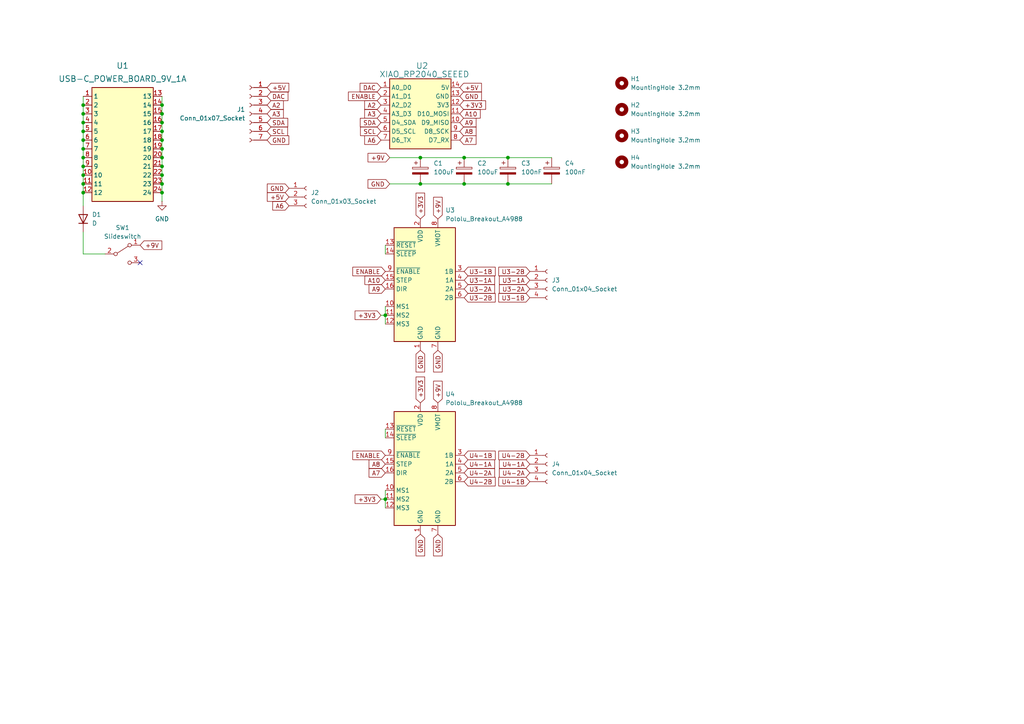
<source format=kicad_sch>
(kicad_sch (version 20231120) (generator "eeschema") (generator_version "8.0")
  (paper "A4")
  (lib_symbols
    (symbol "Connector:Conn_01x03_Socket" (pin_names (offset 1.016) hide)
      (property "Reference" "J" (at 0 5.08 0))
      (property "Value" "Conn_01x03_Socket" (at 0 -5.08 0))
      (symbol "Conn_01x03_Socket_1_1"
        (arc (start 0 -2.032) (mid -0.5058 -2.54) (end 0 -3.048) (stroke (width 0.1524)))
        (polyline (pts (xy -1.27 -2.54) (xy -0.508 -2.54)) (stroke (width 0.1524)))
        (polyline (pts (xy -1.27 0) (xy -0.508 0)) (stroke (width 0.1524)))
        (polyline (pts (xy -1.27 2.54) (xy -0.508 2.54)) (stroke (width 0.1524)))
        (arc (start 0 0.508) (mid -0.5058 0) (end 0 -0.508) (stroke (width 0.1524)))
        (arc (start 0 3.048) (mid -0.5058 2.54) (end 0 2.032) (stroke (width 0.1524)))
        (pin passive line (at -5.08 2.54 0) (length 3.81) (name "Pin_1") (number "1"))
        (pin passive line (at -5.08 0 0) (length 3.81) (name "Pin_2") (number "2"))
        (pin passive line (at -5.08 -2.54 0) (length 3.81) (name "Pin_3") (number "3"))
      )
    )
    (symbol "Connector:Conn_01x04_Socket" (pin_names (offset 1.016) hide)
      (property "Reference" "J" (at 0 5.08 0))
      (property "Value" "Conn_01x04_Socket" (at 0 -7.62 0))
      (symbol "Conn_01x04_Socket_1_1"
        (arc (start 0 -4.572) (mid -0.5058 -5.08) (end 0 -5.588) (stroke (width 0.1524)))
        (arc (start 0 -2.032) (mid -0.5058 -2.54) (end 0 -3.048) (stroke (width 0.1524)))
        (polyline (pts (xy -1.27 -5.08) (xy -0.508 -5.08)) (stroke (width 0.1524)))
        (polyline (pts (xy -1.27 -2.54) (xy -0.508 -2.54)) (stroke (width 0.1524)))
        (polyline (pts (xy -1.27 0) (xy -0.508 0)) (stroke (width 0.1524)))
        (polyline (pts (xy -1.27 2.54) (xy -0.508 2.54)) (stroke (width 0.1524)))
        (arc (start 0 0.508) (mid -0.5058 0) (end 0 -0.508) (stroke (width 0.1524)))
        (arc (start 0 3.048) (mid -0.5058 2.54) (end 0 2.032) (stroke (width 0.1524)))
        (pin passive line (at -5.08 2.54 0) (length 3.81) (name "Pin_1") (number "1"))
        (pin passive line (at -5.08 0 0) (length 3.81) (name "Pin_2") (number "2"))
        (pin passive line (at -5.08 -2.54 0) (length 3.81) (name "Pin_3") (number "3"))
        (pin passive line (at -5.08 -5.08 0) (length 3.81) (name "Pin_4") (number "4"))
      )
    )
    (symbol "Connector:Conn_01x07_Socket" (pin_names (offset 1.016) hide)
      (property "Reference" "J" (at 0 10.16 0))
      (property "Value" "Conn_01x07_Socket" (at 0 -10.16 0))
      (symbol "Conn_01x07_Socket_1_1"
        (arc (start 0 -7.112) (mid -0.5058 -7.62) (end 0 -8.128) (stroke (width 0.1524)))
        (arc (start 0 -4.572) (mid -0.5058 -5.08) (end 0 -5.588) (stroke (width 0.1524)))
        (arc (start 0 -2.032) (mid -0.5058 -2.54) (end 0 -3.048) (stroke (width 0.1524)))
        (polyline (pts (xy -1.27 -7.62) (xy -0.508 -7.62)) (stroke (width 0.1524)))
        (polyline (pts (xy -1.27 -5.08) (xy -0.508 -5.08)) (stroke (width 0.1524)))
        (polyline (pts (xy -1.27 -2.54) (xy -0.508 -2.54)) (stroke (width 0.1524)))
        (polyline (pts (xy -1.27 0) (xy -0.508 0)) (stroke (width 0.1524)))
        (polyline (pts (xy -1.27 2.54) (xy -0.508 2.54)) (stroke (width 0.1524)))
        (polyline (pts (xy -1.27 5.08) (xy -0.508 5.08)) (stroke (width 0.1524)))
        (polyline (pts (xy -1.27 7.62) (xy -0.508 7.62)) (stroke (width 0.1524)))
        (arc (start 0 0.508) (mid -0.5058 0) (end 0 -0.508) (stroke (width 0.1524)))
        (arc (start 0 3.048) (mid -0.5058 2.54) (end 0 2.032) (stroke (width 0.1524)))
        (arc (start 0 5.588) (mid -0.5058 5.08) (end 0 4.572) (stroke (width 0.1524)))
        (arc (start 0 8.128) (mid -0.5058 7.62) (end 0 7.112) (stroke (width 0.1524)))
        (pin passive line (at -5.08 7.62 0) (length 3.81) (name "Pin_1") (number "1"))
        (pin passive line (at -5.08 5.08 0) (length 3.81) (name "Pin_2") (number "2"))
        (pin passive line (at -5.08 2.54 0) (length 3.81) (name "Pin_3") (number "3"))
        (pin passive line (at -5.08 0 0) (length 3.81) (name "Pin_4") (number "4"))
        (pin passive line (at -5.08 -2.54 0) (length 3.81) (name "Pin_5") (number "5"))
        (pin passive line (at -5.08 -5.08 0) (length 3.81) (name "Pin_6") (number "6"))
        (pin passive line (at -5.08 -7.62 0) (length 3.81) (name "Pin_7") (number "7"))
      )
    )
    (symbol "Device:C_Polarized" (pin_numbers hide) (pin_names (offset 0.254))
      (property "Reference" "C" (at 0.635 2.54 0))
      (property "Value" "C_Polarized" (at 0.635 -2.54 0))
      (symbol "C_Polarized_0_1"
        (rectangle (start -2.286 0.508) (end 2.286 1.016))
        (polyline (pts (xy -1.778 2.286) (xy -0.762 2.286)))
        (polyline (pts (xy -1.27 2.794) (xy -1.27 1.778)))
        (rectangle (start 2.286 -0.508) (end -2.286 -1.016) (fill (type outline)))
      )
      (symbol "C_Polarized_1_1"
        (pin passive line (at 0 3.81 270) (length 2.794) (name "~") (number "1"))
        (pin passive line (at 0 -3.81 90) (length 2.794) (name "~") (number "2"))
      )
    )
    (symbol "Device:D" (pin_numbers hide) (pin_names (offset 1.016) hide)
      (property "Reference" "D" (at 0 2.54 0))
      (property "Value" "D" (at 0 -2.54 0))
      (symbol "D_0_1"
        (polyline (pts (xy -1.27 1.27) (xy -1.27 -1.27)) (stroke (width 0.254)))
        (polyline (pts (xy 1.27 0) (xy -1.27 0)))
        (polyline (pts (xy 1.27 1.27) (xy 1.27 -1.27) (xy -1.27 0) (xy 1.27 1.27)) (stroke (width 0.254)))
      )
      (symbol "D_1_1"
        (pin passive line (at -3.81 0 0) (length 2.54) (name "K") (number "1"))
        (pin passive line (at 3.81 0 180) (length 2.54) (name "A") (number "2"))
      )
    )
    (symbol "Driver_Motor:Pololu_Breakout_A4988"
      (property "Reference" "A" (at -2.54 19.05 0))
      (property "Value" "Pololu_Breakout_A4988" (at -2.54 16.51 0))
      (symbol "Pololu_Breakout_A4988_0_1"
        (rectangle (start 10.16 -17.78) (end -7.62 15.24) (stroke (width 0.254)) (fill (type background)))
      )
      (symbol "Pololu_Breakout_A4988_1_1"
        (pin power_in line (at 0 -20.32 90) (length 2.54) (name "GND") (number "1"))
        (pin input line (at -10.16 -7.62 0) (length 2.54) (name "MS1") (number "10"))
        (pin input line (at -10.16 -10.16 0) (length 2.54) (name "MS2") (number "11"))
        (pin input line (at -10.16 -12.7 0) (length 2.54) (name "MS3") (number "12"))
        (pin input line (at -10.16 10.16 0) (length 2.54) (name "~{RESET}") (number "13"))
        (pin input line (at -10.16 7.62 0) (length 2.54) (name "~{SLEEP}") (number "14"))
        (pin input line (at -10.16 0 0) (length 2.54) (name "STEP") (number "15"))
        (pin input line (at -10.16 -2.54 0) (length 2.54) (name "DIR") (number "16"))
        (pin power_in line (at 0 17.78 270) (length 2.54) (name "VDD") (number "2"))
        (pin output line (at 12.7 2.54 180) (length 2.54) (name "1B") (number "3"))
        (pin output line (at 12.7 0 180) (length 2.54) (name "1A") (number "4"))
        (pin output line (at 12.7 -2.54 180) (length 2.54) (name "2A") (number "5"))
        (pin output line (at 12.7 -5.08 180) (length 2.54) (name "2B") (number "6"))
        (pin power_in line (at 5.08 -20.32 90) (length 2.54) (name "GND") (number "7"))
        (pin power_in line (at 5.08 17.78 270) (length 2.54) (name "VMOT") (number "8"))
        (pin input line (at -10.16 2.54 0) (length 2.54) (name "~{ENABLE}") (number "9"))
      )
    )
    (symbol "Library:USB-C_POWER_BOARD_9V_1A"
      (property "Reference" "U2" (at 0 16.51 0))
      (property "Value" "USB-C_POWER_BOARD_9V_1A" (at 0 12.7 0))
      (symbol "USB-C_POWER_BOARD_9V_1A_0_1"
        (rectangle (start -8.89 10.16) (end 8.89 -22.86) (stroke (width 0.254)) (fill (type background)))
      )
      (symbol "USB-C_POWER_BOARD_9V_1A_1_0"
        (pin bidirectional line (at -11.43 7.62 0) (length 2.4892) (name "1") (number "1"))
        (pin bidirectional line (at -11.43 -15.24 0) (length 2.4892) (name "10") (number "10"))
        (pin bidirectional line (at -11.43 -17.78 0) (length 2.4892) (name "11") (number "11"))
        (pin bidirectional line (at -11.43 -20.32 0) (length 2.4892) (name "12") (number "12"))
        (pin bidirectional line (at 11.43 7.62 180) (length 2.4892) (name "13") (number "13"))
        (pin bidirectional line (at 11.43 5.08 180) (length 2.4892) (name "14") (number "14"))
        (pin bidirectional line (at 11.43 2.54 180) (length 2.4892) (name "15") (number "15"))
        (pin bidirectional line (at 11.43 0 180) (length 2.4892) (name "16") (number "16"))
        (pin bidirectional line (at 11.43 -2.54 180) (length 2.4892) (name "17") (number "17"))
        (pin bidirectional line (at 11.43 -5.08 180) (length 2.4892) (name "18") (number "18"))
        (pin bidirectional line (at 11.43 -7.62 180) (length 2.4892) (name "19") (number "19"))
        (pin bidirectional line (at -11.43 5.08 0) (length 2.4892) (name "2") (number "2"))
        (pin bidirectional line (at 11.43 -10.16 180) (length 2.4892) (name "20") (number "20"))
        (pin bidirectional line (at 11.43 -12.7 180) (length 2.4892) (name "21") (number "21"))
        (pin bidirectional line (at 11.43 -15.24 180) (length 2.4892) (name "22") (number "22"))
        (pin bidirectional line (at 11.43 -17.78 180) (length 2.4892) (name "23") (number "23"))
        (pin bidirectional line (at 11.43 -20.32 180) (length 2.4892) (name "24") (number "24"))
        (pin bidirectional line (at -11.43 2.54 0) (length 2.4892) (name "3") (number "3"))
        (pin bidirectional line (at -11.43 0 0) (length 2.4892) (name "4") (number "4"))
        (pin bidirectional line (at -11.43 -2.54 0) (length 2.4892) (name "5") (number "5"))
        (pin bidirectional line (at -11.43 -5.08 0) (length 2.4892) (name "6") (number "6"))
        (pin bidirectional line (at -11.43 -7.62 0) (length 2.4892) (name "7") (number "7"))
        (pin bidirectional line (at -11.43 -10.16 0) (length 2.4892) (name "8") (number "8"))
        (pin bidirectional line (at -11.43 -12.7 0) (length 2.4892) (name "9") (number "9"))
      )
    )
    (symbol "Mechanical:MountingHole" (pin_names (offset 1.016)) (exclude_from_sim yes) (in_bom no)
      (property "Reference" "H" (at 0 5.08 0))
      (property "Value" "MountingHole" (at 0 3.175 0))
      (symbol "MountingHole_0_1"
        (circle (center 0 0) (radius 1.27) (stroke (width 1.27)))
      )
    )
    (symbol "XIAO_RP2040_SEEED"
      (property "Reference" "U1" (at -1.3208 14.8971 0))
      (property "Value" "XIAO_RP2040_SEEED" (at -11.938 12.446 0))
      (symbol "XIAO_RP2040_SEEED_0_0"
        (pin bidirectional line (at -11.43 7.62 0) (length 2.4892) (name "A0_D0") (number "1"))
        (pin bidirectional line (at 11.43 -2.54 180) (length 2.4892) (name "D9_MISO") (number "10"))
        (pin bidirectional line (at 11.43 0 180) (length 2.4892) (name "D10_MOSI") (number "11"))
        (pin bidirectional line (at 11.43 2.54 180) (length 2.4892) (name "3V3") (number "12"))
        (pin bidirectional line (at 11.43 5.08 180) (length 2.4892) (name "GND") (number "13"))
        (pin bidirectional line (at 11.43 7.62 180) (length 2.4892) (name "5V") (number "14"))
        (pin bidirectional line (at -11.43 5.08 0) (length 2.4892) (name "A1_D1") (number "2"))
        (pin bidirectional line (at -11.43 2.54 0) (length 2.4892) (name "A2_D2") (number "3"))
        (pin bidirectional line (at -11.43 0 0) (length 2.4892) (name "A3_D3") (number "4"))
        (pin bidirectional line (at -11.43 -2.54 0) (length 2.4892) (name "D4_SDA") (number "5"))
        (pin bidirectional line (at -11.43 -5.08 0) (length 2.4892) (name "D5_SCL") (number "6"))
        (pin bidirectional line (at -11.43 -7.62 0) (length 2.4892) (name "D6_TX") (number "7"))
        (pin bidirectional line (at 11.43 -7.62 180) (length 2.4892) (name "D7_RX") (number "8"))
        (pin bidirectional line (at 11.43 -5.08 180) (length 2.4892) (name "D8_SCK") (number "9"))
      )
      (symbol "XIAO_RP2040_SEEED_0_1"
        (rectangle (start -8.89 10.16) (end 8.89 -10.16) (stroke (width 0.254)) (fill (type background)))
      )
    )
    (symbol "fab:SWITCH_AYZ0102AGRLC" (pin_names (offset 0) hide)
      (property "Reference" "SW" (at 0 4.318 0))
      (property "Value" "SWITCH_AYZ0102AGRLC" (at 0 -5.08 0))
      (symbol "SWITCH_AYZ0102AGRLC_0_0"
        (circle (center -2.032 0) (radius 0.508))
        (circle (center 2.032 -2.54) (radius 0.508))
      )
      (symbol "SWITCH_AYZ0102AGRLC_0_1"
        (polyline (pts (xy -1.524 0.254) (xy 1.651 2.286)))
        (circle (center 2.032 2.54) (radius 0.508))
      )
      (symbol "SWITCH_AYZ0102AGRLC_1_1"
        (pin passive line (at 5.08 2.54 180) (length 2.54) (name "A") (number "1"))
        (pin passive line (at -5.08 0 0) (length 2.54) (name "B") (number "2"))
        (pin passive line (at 5.08 -2.54 180) (length 2.54) (name "C") (number "3"))
      )
    )
    (symbol "power:GND" (power) (pin_numbers hide) (pin_names (offset 0) hide)
      (property "Value" "GND" (at 0 -3.81 0))
      (symbol "GND_0_1"
        (polyline (pts (xy 0 0) (xy 0 -1.27) (xy 1.27 -1.27) (xy 0 -2.54) (xy -1.27 -1.27) (xy 0 -1.27)))
      )
      (symbol "GND_1_1"
        (pin power_in line (at 0 0 270) (length 0) (name "~") (number "1"))
      )
    )
  )
  (junction (at 24.13 55.88))
  (junction (at 46.99 50.8))
  (junction (at 111.76 91.44))
  (junction (at 147.32 45.72))
  (junction (at 111.76 144.78))
  (junction (at 46.99 33.02))
  (junction (at 24.13 35.56))
  (junction (at 46.99 43.18))
  (junction (at 46.99 55.88))
  (junction (at 24.13 30.48))
  (junction (at 24.13 43.18))
  (junction (at 46.99 45.72))
  (junction (at 46.99 53.34))
  (junction (at 24.13 33.02))
  (junction (at 147.32 53.34))
  (junction (at 121.92 45.72))
  (junction (at 24.13 50.8))
  (junction (at 134.62 45.72))
  (junction (at 24.13 38.1))
  (junction (at 24.13 48.26))
  (junction (at 24.13 53.34))
  (junction (at 46.99 35.56))
  (junction (at 46.99 30.48))
  (junction (at 24.13 45.72))
  (junction (at 24.13 40.64))
  (junction (at 121.92 53.34))
  (junction (at 46.99 48.26))
  (junction (at 46.99 40.64))
  (junction (at 134.62 53.34))
  (junction (at 46.99 38.1))
  (no_connect (at 40.64 76.2))
  (wire (pts (xy 24.13 38.1) (xy 24.13 40.64)))
  (wire (pts (xy 46.99 27.94) (xy 46.99 30.48)))
  (wire (pts (xy 24.13 33.02) (xy 24.13 35.56)))
  (wire (pts (xy 24.13 73.66) (xy 30.48 73.66)))
  (wire (pts (xy 46.99 55.88) (xy 46.99 58.42)))
  (wire (pts (xy 113.03 45.72) (xy 121.92 45.72)))
  (wire (pts (xy 111.76 142.24) (xy 111.76 144.78)))
  (wire (pts (xy 121.92 53.34) (xy 134.62 53.34)))
  (wire (pts (xy 46.99 43.18) (xy 46.99 45.72)))
  (wire (pts (xy 46.99 45.72) (xy 46.99 48.26)))
  (wire (pts (xy 110.49 144.78) (xy 111.76 144.78)))
  (wire (pts (xy 46.99 40.64) (xy 46.99 43.18)))
  (wire (pts (xy 46.99 48.26) (xy 46.99 50.8)))
  (wire (pts (xy 46.99 53.34) (xy 46.99 55.88)))
  (wire (pts (xy 111.76 71.12) (xy 111.76 73.66)))
  (wire (pts (xy 111.76 144.78) (xy 111.76 147.32)))
  (wire (pts (xy 113.03 53.34) (xy 121.92 53.34)))
  (wire (pts (xy 24.13 50.8) (xy 24.13 53.34)))
  (wire (pts (xy 46.99 38.1) (xy 46.99 40.64)))
  (wire (pts (xy 24.13 43.18) (xy 24.13 45.72)))
  (wire (pts (xy 46.99 30.48) (xy 46.99 33.02)))
  (wire (pts (xy 147.32 53.34) (xy 160.02 53.34)))
  (wire (pts (xy 24.13 67.31) (xy 24.13 73.66)))
  (wire (pts (xy 147.32 45.72) (xy 160.02 45.72)))
  (wire (pts (xy 134.62 45.72) (xy 147.32 45.72)))
  (wire (pts (xy 24.13 35.56) (xy 24.13 38.1)))
  (wire (pts (xy 24.13 45.72) (xy 24.13 48.26)))
  (wire (pts (xy 111.76 124.46) (xy 111.76 127)))
  (wire (pts (xy 46.99 50.8) (xy 46.99 53.34)))
  (wire (pts (xy 24.13 55.88) (xy 24.13 59.69)))
  (wire (pts (xy 46.99 35.56) (xy 46.99 38.1)))
  (wire (pts (xy 110.49 91.44) (xy 111.76 91.44)))
  (wire (pts (xy 111.76 88.9) (xy 111.76 91.44)))
  (wire (pts (xy 46.99 33.02) (xy 46.99 35.56)))
  (wire (pts (xy 24.13 48.26) (xy 24.13 50.8)))
  (wire (pts (xy 24.13 53.34) (xy 24.13 55.88)))
  (wire (pts (xy 24.13 27.94) (xy 24.13 30.48)))
  (wire (pts (xy 24.13 30.48) (xy 24.13 33.02)))
  (wire (pts (xy 134.62 53.34) (xy 147.32 53.34)))
  (wire (pts (xy 24.13 40.64) (xy 24.13 43.18)))
  (wire (pts (xy 121.92 45.72) (xy 134.62 45.72)))
  (wire (pts (xy 111.76 91.44) (xy 111.76 93.98)))
  (global_label "A7" (shape input) (at 111.76 137.16 180) (property "Intersheetrefs" "${INTERSHEET_REFS}" (effects (hide yes))))
  (global_label "ENABLE" (shape input) (at 111.76 132.08 180) (property "Intersheetrefs" "${INTERSHEET_REFS}" (effects (hide yes))))
  (global_label "SDA" (shape input) (at 110.49 35.56 180) (property "Intersheetrefs" "${INTERSHEET_REFS}" (effects (hide yes))))
  (global_label "ENABLE" (shape input) (at 111.76 78.74 180) (property "Intersheetrefs" "${INTERSHEET_REFS}" (effects (hide yes))))
  (global_label "U4-2A" (shape input) (at 134.62 137.16 0) (property "Intersheetrefs" "${INTERSHEET_REFS}" (effects (hide yes))))
  (global_label "+5V" (shape input) (at 83.82 57.15 180) (property "Intersheetrefs" "${INTERSHEET_REFS}" (effects (hide yes))))
  (global_label "U4-1A" (shape input) (at 134.62 134.62 0) (property "Intersheetrefs" "${INTERSHEET_REFS}" (effects (hide yes))))
  (global_label "A6" (shape input) (at 83.82 59.69 180) (property "Intersheetrefs" "${INTERSHEET_REFS}" (effects (hide yes))))
  (global_label "GND" (shape input) (at 113.03 53.34 180) (property "Intersheetrefs" "${INTERSHEET_REFS}" (effects (hide yes))))
  (global_label "+5V" (shape input) (at 133.35 25.4 0) (property "Intersheetrefs" "${INTERSHEET_REFS}" (effects (hide yes))))
  (global_label "GND" (shape input) (at 83.82 54.61 180) (property "Intersheetrefs" "${INTERSHEET_REFS}" (effects (hide yes))))
  (global_label "GND" (shape input) (at 121.92 101.6 270) (property "Intersheetrefs" "${INTERSHEET_REFS}" (effects (hide yes))))
  (global_label "A2" (shape input) (at 110.49 30.48 180) (property "Intersheetrefs" "${INTERSHEET_REFS}" (effects (hide yes))))
  (global_label "U4-1B" (shape input) (at 153.67 139.7 180) (property "Intersheetrefs" "${INTERSHEET_REFS}" (effects (hide yes))))
  (global_label "A3" (shape input) (at 77.47 33.02 0) (property "Intersheetrefs" "${INTERSHEET_REFS}" (effects (hide yes))))
  (global_label "U3-2B" (shape input) (at 134.62 86.36 0) (property "Intersheetrefs" "${INTERSHEET_REFS}" (effects (hide yes))))
  (global_label "U3-1A" (shape input) (at 153.67 81.28 180) (property "Intersheetrefs" "${INTERSHEET_REFS}" (effects (hide yes))))
  (global_label "SCL" (shape input) (at 77.47 38.1 0) (property "Intersheetrefs" "${INTERSHEET_REFS}" (effects (hide yes))))
  (global_label "A7" (shape input) (at 133.35 40.64 0) (property "Intersheetrefs" "${INTERSHEET_REFS}" (effects (hide yes))))
  (global_label "A8" (shape input) (at 111.76 134.62 180) (property "Intersheetrefs" "${INTERSHEET_REFS}" (effects (hide yes))))
  (global_label "GND" (shape input) (at 133.35 27.94 0) (property "Intersheetrefs" "${INTERSHEET_REFS}" (effects (hide yes))))
  (global_label "U3-2A" (shape input) (at 153.67 83.82 180) (property "Intersheetrefs" "${INTERSHEET_REFS}" (effects (hide yes))))
  (global_label "ENABLE" (shape input) (at 110.49 27.94 180) (property "Intersheetrefs" "${INTERSHEET_REFS}" (effects (hide yes))))
  (global_label "+3V3" (shape input) (at 110.49 91.44 180) (property "Intersheetrefs" "${INTERSHEET_REFS}" (effects (hide yes))))
  (global_label "U4-2A" (shape input) (at 153.67 137.16 180) (property "Intersheetrefs" "${INTERSHEET_REFS}" (effects (hide yes))))
  (global_label "+5V" (shape input) (at 77.47 25.4 0) (property "Intersheetrefs" "${INTERSHEET_REFS}" (effects (hide yes))))
  (global_label "SDA" (shape input) (at 77.47 35.56 0) (property "Intersheetrefs" "${INTERSHEET_REFS}" (effects (hide yes))))
  (global_label "+9V" (shape input) (at 113.03 45.72 180) (property "Intersheetrefs" "${INTERSHEET_REFS}" (effects (hide yes))))
  (global_label "A10" (shape input) (at 133.35 33.02 0) (property "Intersheetrefs" "${INTERSHEET_REFS}" (effects (hide yes))))
  (global_label "GND" (shape input) (at 77.47 40.64 0) (property "Intersheetrefs" "${INTERSHEET_REFS}" (effects (hide yes))))
  (global_label "GND" (shape input) (at 121.92 154.94 270) (property "Intersheetrefs" "${INTERSHEET_REFS}" (effects (hide yes))))
  (global_label "U4-1A" (shape input) (at 153.67 134.62 180) (property "Intersheetrefs" "${INTERSHEET_REFS}" (effects (hide yes))))
  (global_label "SCL" (shape input) (at 110.49 38.1 180) (property "Intersheetrefs" "${INTERSHEET_REFS}" (effects (hide yes))))
  (global_label "A10" (shape input) (at 111.76 81.28 180) (property "Intersheetrefs" "${INTERSHEET_REFS}" (effects (hide yes))))
  (global_label "A9" (shape input) (at 133.35 35.56 0) (property "Intersheetrefs" "${INTERSHEET_REFS}" (effects (hide yes))))
  (global_label "U4-2B" (shape input) (at 153.67 132.08 180) (property "Intersheetrefs" "${INTERSHEET_REFS}" (effects (hide yes))))
  (global_label "+9V" (shape input) (at 127 63.5 90) (property "Intersheetrefs" "${INTERSHEET_REFS}" (effects (hide yes))))
  (global_label "U3-1A" (shape input) (at 134.62 81.28 0) (property "Intersheetrefs" "${INTERSHEET_REFS}" (effects (hide yes))))
  (global_label "DAC" (shape input) (at 110.49 25.4 180) (property "Intersheetrefs" "${INTERSHEET_REFS}" (effects (hide yes))))
  (global_label "A9" (shape input) (at 111.76 83.82 180) (property "Intersheetrefs" "${INTERSHEET_REFS}" (effects (hide yes))))
  (global_label "+3V3" (shape input) (at 110.49 144.78 180) (property "Intersheetrefs" "${INTERSHEET_REFS}" (effects (hide yes))))
  (global_label "U3-1B" (shape input) (at 153.67 86.36 180) (property "Intersheetrefs" "${INTERSHEET_REFS}" (effects (hide yes))))
  (global_label "+3V3" (shape input) (at 133.35 30.48 0) (property "Intersheetrefs" "${INTERSHEET_REFS}" (effects (hide yes))))
  (global_label "A8" (shape input) (at 133.35 38.1 0) (property "Intersheetrefs" "${INTERSHEET_REFS}" (effects (hide yes))))
  (global_label "DAC" (shape input) (at 77.47 27.94 0) (property "Intersheetrefs" "${INTERSHEET_REFS}" (effects (hide yes))))
  (global_label "A3" (shape input) (at 110.49 33.02 180) (property "Intersheetrefs" "${INTERSHEET_REFS}" (effects (hide yes))))
  (global_label "U3-2B" (shape input) (at 153.67 78.74 180) (property "Intersheetrefs" "${INTERSHEET_REFS}" (effects (hide yes))))
  (global_label "+9V" (shape input) (at 127 116.84 90) (property "Intersheetrefs" "${INTERSHEET_REFS}" (effects (hide yes))))
  (global_label "U3-1B" (shape input) (at 134.62 78.74 0) (property "Intersheetrefs" "${INTERSHEET_REFS}" (effects (hide yes))))
  (global_label "+3V3" (shape input) (at 121.92 63.5 90) (property "Intersheetrefs" "${INTERSHEET_REFS}" (effects (hide yes))))
  (global_label "U4-1B" (shape input) (at 134.62 132.08 0) (property "Intersheetrefs" "${INTERSHEET_REFS}" (effects (hide yes))))
  (global_label "GND" (shape input) (at 127 154.94 270) (property "Intersheetrefs" "${INTERSHEET_REFS}" (effects (hide yes))))
  (global_label "+3V3" (shape input) (at 121.92 116.84 90) (property "Intersheetrefs" "${INTERSHEET_REFS}" (effects (hide yes))))
  (global_label "U3-2A" (shape input) (at 134.62 83.82 0) (property "Intersheetrefs" "${INTERSHEET_REFS}" (effects (hide yes))))
  (global_label "GND" (shape input) (at 127 101.6 270) (property "Intersheetrefs" "${INTERSHEET_REFS}" (effects (hide yes))))
  (global_label "A2" (shape input) (at 77.47 30.48 0) (property "Intersheetrefs" "${INTERSHEET_REFS}" (effects (hide yes))))
  (global_label "+9V" (shape input) (at 40.64 71.12 0) (property "Intersheetrefs" "${INTERSHEET_REFS}" (effects (hide yes))))
  (global_label "U4-2B" (shape input) (at 134.62 139.7 0) (property "Intersheetrefs" "${INTERSHEET_REFS}" (effects (hide yes))))
  (global_label "A6" (shape input) (at 110.49 40.64 180) (property "Intersheetrefs" "${INTERSHEET_REFS}" (effects (hide yes))))
  (symbol (lib_id "Driver_Motor:Pololu_Breakout_A4988") (at 121.92 134.62 0) (unit 1)
    (property "Reference" "U4" (at 129.1941 114.3 0) (effects (justify left)))
    (property "Value" "Pololu_Breakout_A4988" (at 129.1941 116.84 0) (effects (justify left)))
    (property "Footprint" "Module:Pololu_Breakout-16_15.2x20.3mm" (effects (hide yes)))
    (property "Datasheet" "https://www.pololu.com/product/2980/pictures" (effects (hide yes)))
    (property "Description" "Pololu Breakout Board, Stepper Driver A4988" (effects (hide yes)))
  )
  (symbol (lib_id "Driver_Motor:Pololu_Breakout_A4988") (at 121.92 81.28 0) (unit 1)
    (property "Reference" "U3" (at 129.1941 60.96 0) (effects (justify left)))
    (property "Value" "Pololu_Breakout_A4988" (at 129.1941 63.5 0) (effects (justify left)))
    (property "Footprint" "Module:Pololu_Breakout-16_15.2x20.3mm" (effects (hide yes)))
    (property "Datasheet" "https://www.pololu.com/product/2980/pictures" (effects (hide yes)))
    (property "Description" "Pololu Breakout Board, Stepper Driver A4988" (effects (hide yes)))
  )
  (symbol (lib_id "Mechanical:MountingHole") (at 180.34 39.37 0) (unit 1) (exclude_from_sim yes) (in_bom no)
    (property "Reference" "H3" (at 182.88 38.0999 0) (effects (justify left)))
    (property "Value" "MountingHole 3.2mm" (at 182.88 40.6399 0) (effects (justify left)))
    (property "Footprint" "Library:HOLE-3.2MM" (effects (hide yes)))
    (property "Description" "Mounting Hole without connection" (effects (hide yes)))
  )
  (symbol (lib_id "Mechanical:MountingHole") (at 180.34 46.99 0) (unit 1) (exclude_from_sim yes) (in_bom no)
    (property "Reference" "H4" (at 182.88 45.7199 0) (effects (justify left)))
    (property "Value" "MountingHole 3.2mm" (at 182.88 48.2599 0) (effects (justify left)))
    (property "Footprint" "Library:HOLE-3.2MM" (effects (hide yes)))
    (property "Description" "Mounting Hole without connection" (effects (hide yes)))
  )
  (symbol (lib_id "Mechanical:MountingHole") (at 180.34 24.13 0) (unit 1) (exclude_from_sim yes) (in_bom no)
    (property "Reference" "H1" (at 182.88 22.8599 0) (effects (justify left)))
    (property "Value" "MountingHole 3.2mm" (at 182.88 25.3999 0) (effects (justify left)))
    (property "Footprint" "Library:HOLE-3.2MM" (effects (hide yes)))
    (property "Description" "Mounting Hole without connection" (effects (hide yes)))
  )
  (symbol (lib_id "power:GND") (at 46.99 58.42 0) (unit 1)
    (property "Reference" "#PWR01" (effects (hide yes)))
    (property "Value" "GND" (at 46.99 63.5 0))
    (property "Description" "Power symbol creates a global label with name \"GND\" , ground" (effects (hide yes)))
  )
  (symbol (lib_id "Device:C_Polarized") (at 147.32 49.53 0) (unit 1)
    (property "Reference" "C3" (at 151.13 47.3709 0) (effects (justify left)))
    (property "Value" "100nF" (at 151.13 49.9109 0) (effects (justify left)))
    (property "Footprint" "Capacitor_THT:C_Disc_D4.3mm_W1.9mm_P5.00mm" (effects (hide yes)))
    (property "Description" "Polarized capacitor" (effects (hide yes)))
  )
  (symbol (lib_id "Device:D") (at 24.13 63.5 90) (unit 1)
    (property "Reference" "D1" (at 26.67 62.2299 90) (effects (justify right)))
    (property "Value" "D" (at 26.67 64.7699 90) (effects (justify right)))
    (property "Footprint" "Diode_THT:D_DO-35_SOD27_P7.62mm_Horizontal" (effects (hide yes)))
    (property "Description" "Diode" (effects (hide yes)))
    (property "Sim.Device" "D" (effects (hide yes)))
    (property "Sim.Pins" "1=K 2=A" (effects (hide yes)))
  )
  (symbol (lib_id "Connector:Conn_01x04_Socket") (at 158.75 134.62 0) (unit 1)
    (property "Reference" "J4" (at 160.02 134.6199 0) (effects (justify left)))
    (property "Value" "Conn_01x04_Socket" (at 160.02 137.1599 0) (effects (justify left)))
    (property "Footprint" "Connector_PinHeader_2.54mm:PinHeader_1x04_P2.54mm_Horizontal" (effects (hide yes)))
    (property "Description" "Generic connector, single row, 01x04, script generated" (effects (hide yes)))
  )
  (symbol (lib_id "XIAO_RP2040_SEEED") (at 121.92 33.02 0) (unit 1)
    (property "Reference" "U2" (at 120.5992 18.1229 0) (effects (font (size 1.6891 1.6891)) (justify left top)))
    (property "Value" "XIAO_RP2040_SEEED" (at 109.982 20.574 0) (effects (font (size 1.6891 1.6891)) (justify left top)))
    (property "Footprint" "Library:XIAO_RP2040_SEEED" (effects (hide yes)))
  )
  (symbol (lib_id "Device:C_Polarized") (at 134.62 49.53 0) (unit 1)
    (property "Reference" "C2" (at 138.43 47.3709 0) (effects (justify left)))
    (property "Value" "100uF" (at 138.43 49.9109 0) (effects (justify left)))
    (property "Footprint" "Library:CP_Radial_D8.0mm_P2.50mm_Horizontal_Mirrored" (effects (hide yes)))
    (property "Description" "Polarized capacitor" (effects (hide yes)))
  )
  (symbol (lib_id "Connector:Conn_01x04_Socket") (at 158.75 81.28 0) (unit 1)
    (property "Reference" "J3" (at 160.02 81.2799 0) (effects (justify left)))
    (property "Value" "Conn_01x04_Socket" (at 160.02 83.8199 0) (effects (justify left)))
    (property "Footprint" "Connector_PinHeader_2.54mm:PinHeader_1x04_P2.54mm_Horizontal" (effects (hide yes)))
    (property "Description" "Generic connector, single row, 01x04, script generated" (effects (hide yes)))
  )
  (symbol (lib_id "Mechanical:MountingHole") (at 180.34 31.75 0) (unit 1) (exclude_from_sim yes) (in_bom no)
    (property "Reference" "H2" (at 182.88 30.4799 0) (effects (justify left)))
    (property "Value" "MountingHole 3.2mm" (at 182.88 33.0199 0) (effects (justify left)))
    (property "Footprint" "Library:HOLE-3.2MM" (effects (hide yes)))
    (property "Description" "Mounting Hole without connection" (effects (hide yes)))
  )
  (symbol (lib_id "fab:SWITCH_AYZ0102AGRLC") (at 35.56 73.66 0) (unit 1)
    (property "Reference" "SW1" (at 35.56 66.04 0))
    (property "Value" "Slideswitch" (at 35.56 68.58 0))
    (property "Footprint" "Library:SW_Slide-03_Wuerth-WS-SLTV_10x2.5x6.4_P2.54mm_Pins_1_2_Reversed" (effects (hide yes)))
    (property "Datasheet" "https://www.ckswitches.com/media/1431/ayz.pdf" (effects (hide yes)))
  )
  (symbol (lib_id "Library:USB-C_POWER_BOARD_9V_1A") (at 35.56 35.56 0) (unit 1)
    (property "Reference" "U1" (at 35.56 19.05 0) (effects (font (size 1.6891 1.6891))))
    (property "Value" "USB-C_POWER_BOARD_9V_1A" (at 35.56 22.86 0) (effects (font (size 1.6891 1.6891))))
    (property "Footprint" "Library:USB-C_POWER_BOARD_9V_1A" (effects (hide yes)))
  )
  (symbol (lib_id "Device:C_Polarized") (at 160.02 49.53 0) (unit 1)
    (property "Reference" "C4" (at 163.83 47.3709 0) (effects (justify left)))
    (property "Value" "100nF" (at 163.83 49.9109 0) (effects (justify left)))
    (property "Footprint" "Capacitor_THT:C_Disc_D4.3mm_W1.9mm_P5.00mm" (effects (hide yes)))
    (property "Description" "Polarized capacitor" (effects (hide yes)))
  )
  (symbol (lib_id "Connector:Conn_01x03_Socket") (at 88.9 57.15 0) (unit 1)
    (property "Reference" "J2" (at 90.17 55.8799 0) (effects (justify left)))
    (property "Value" "Conn_01x03_Socket" (at 90.17 58.4199 0) (effects (justify left)))
    (property "Footprint" "Connector_PinSocket_2.54mm:PinSocket_1x03_P2.54mm_Vertical" (effects (hide yes)))
    (property "Description" "Generic connector, single row, 01x03, script generated" (effects (hide yes)))
  )
  (symbol (lib_id "Connector:Conn_01x07_Socket") (at 72.39 33.02 0) (mirror y) (unit 1)
    (property "Reference" "J1" (at 71.12 31.7499 0) (effects (justify left)))
    (property "Value" "Conn_01x07_Socket" (at 71.12 34.2899 0) (effects (justify left)))
    (property "Footprint" "Connector_PinSocket_2.54mm:PinSocket_1x07_P2.54mm_Vertical" (effects (hide yes)))
    (property "Description" "Generic connector, single row, 01x07, script generated" (effects (hide yes)))
  )
  (symbol (lib_id "Device:C_Polarized") (at 121.92 49.53 0) (unit 1)
    (property "Reference" "C1" (at 125.73 47.3709 0) (effects (justify left)))
    (property "Value" "100uF" (at 125.73 49.9109 0) (effects (justify left)))
    (property "Footprint" "Library:CP_Radial_D8.0mm_P2.50mm_Horizontal_Mirrored" (effects (hide yes)))
    (property "Description" "Polarized capacitor" (effects (hide yes)))
  )
)
</source>
